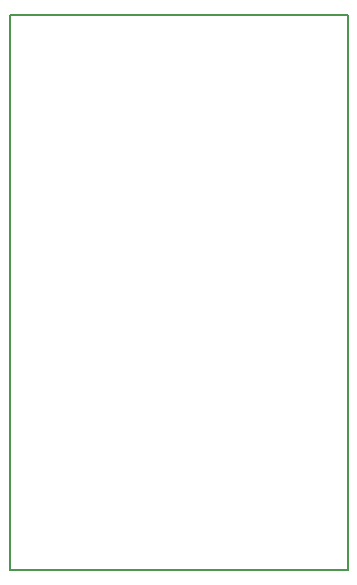
<source format=gm1>
G04 MADE WITH FRITZING*
G04 WWW.FRITZING.ORG*
G04 DOUBLE SIDED*
G04 HOLES PLATED*
G04 CONTOUR ON CENTER OF CONTOUR VECTOR*
%ASAXBY*%
%FSLAX23Y23*%
%MOIN*%
%OFA0B0*%
%SFA1.0B1.0*%
%ADD10R,1.133860X1.858250*%
%ADD11C,0.008000*%
%ADD10C,0.008*%
%LNCONTOUR*%
G90*
G70*
G54D10*
G54D11*
X4Y1854D02*
X1130Y1854D01*
X1130Y4D01*
X4Y4D01*
X4Y1854D01*
D02*
G04 End of contour*
M02*
</source>
